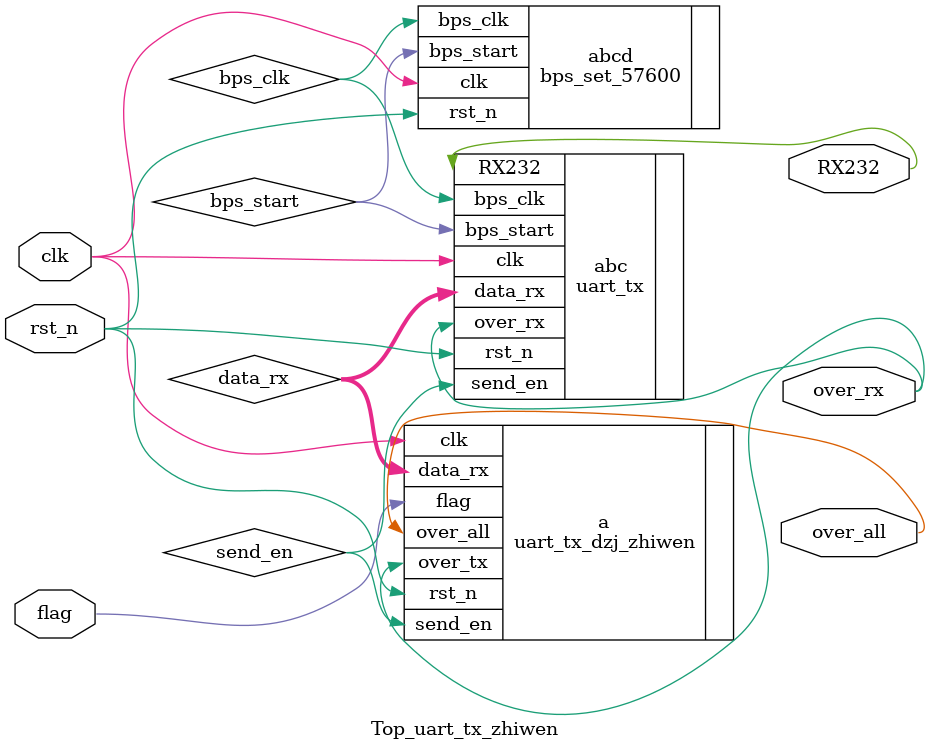
<source format=v>
module Top_uart_tx_zhiwen(
	input flag,
	input clk,
	input rst_n,
	
	output RX232,
	output over_rx,
	output over_all
    );
	wire [7:0]data_rx;
	uart_tx_dzj_zhiwen a (
    .flag(flag), 
    .clk(clk), 
    .rst_n(rst_n), 
    .over_tx(over_rx), 
    .data_rx(data_rx), 
    .send_en(send_en),
	.over_all(over_all)
    );
	uart_tx abc (
    .clk(clk), 
    .bps_clk(bps_clk), 
    .send_en(send_en), 
    .rst_n(rst_n), 
    .data_rx(data_rx), 
    .RX232(RX232), 
    .over_rx(over_rx), 
    .bps_start(bps_start)
    );
	bps_set_57600 abcd (
    .clk(clk), 
    .rst_n(rst_n), 
    .bps_start(bps_start), 
    .bps_clk(bps_clk)
    );


endmodule
</source>
